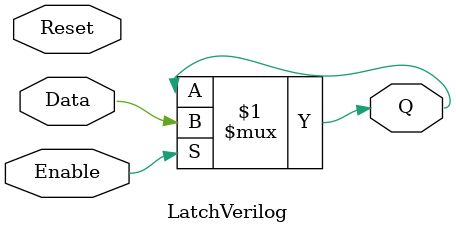
<source format=v>
`timescale 1ns / 1ps

module LatchVerilog
    (
        input Enable,
        input Reset,
        input Data,
        output Q
    );
    //Combinatorial Way
    /*
    wire Set;
    wire Reset;
    wire Qbar;
    assign Reset = Enable & ~Data; 
    assign Set = Enable & Data;
    assign Q = ~(Reset ^ Qbar);
    assign Qbar = ~(Set ^ Q); 
    */
    //latch way
    assign Q = Enable ? Data : Q;
    //latch way+reset
    //assign Q = Reset ? 1'b0 : Enable ? Data : Q;
    
    endmodule
</source>
